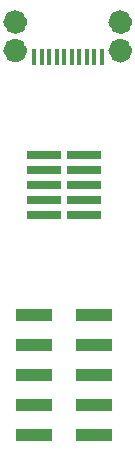
<source format=gbr>
G04 #@! TF.GenerationSoftware,KiCad,Pcbnew,(5.1.10)-1*
G04 #@! TF.CreationDate,2021-10-26T18:23:48-05:00*
G04 #@! TF.ProjectId,samtec_dbg,73616d74-6563-45f6-9462-672e6b696361,rev?*
G04 #@! TF.SameCoordinates,Original*
G04 #@! TF.FileFunction,Paste,Top*
G04 #@! TF.FilePolarity,Positive*
%FSLAX46Y46*%
G04 Gerber Fmt 4.6, Leading zero omitted, Abs format (unit mm)*
G04 Created by KiCad (PCBNEW (5.1.10)-1) date 2021-10-26 18:23:48*
%MOMM*%
%LPD*%
G01*
G04 APERTURE LIST*
%ADD10C,1.015000*%
%ADD11R,2.920000X0.740000*%
%ADD12R,0.380000X1.400000*%
%ADD13R,3.150000X1.000000*%
G04 APERTURE END LIST*
D10*
X106360000Y-103505000D02*
G75*
G03*
X106360000Y-103505000I-507500J0D01*
G01*
X106360000Y-101095000D02*
G75*
G03*
X106360000Y-101095000I-507500J0D01*
G01*
X115255000Y-101095000D02*
G75*
G03*
X115255000Y-101095000I-507500J0D01*
G01*
X115255000Y-103505000D02*
G75*
G03*
X115255000Y-103505000I-507500J0D01*
G01*
D11*
X108285000Y-112330000D03*
X111715000Y-112330000D03*
X108285000Y-113600000D03*
X111715000Y-113600000D03*
X108285000Y-114870000D03*
X111715000Y-114870000D03*
X108285000Y-116140000D03*
X111715000Y-116140000D03*
X108285000Y-117410000D03*
X111715000Y-117410000D03*
D12*
X113157500Y-104075000D03*
X112522500Y-104075000D03*
X111887500Y-104075000D03*
X111252500Y-104075000D03*
X110617500Y-104075000D03*
X109982500Y-104075000D03*
X109347500Y-104075000D03*
X108712500Y-104075000D03*
X108077500Y-104075000D03*
X107442500Y-104075000D03*
D13*
X107475000Y-125920000D03*
X112525000Y-125920000D03*
X107475000Y-128460000D03*
X112525000Y-128460000D03*
X107475000Y-131000000D03*
X112525000Y-131000000D03*
X107475000Y-133540000D03*
X112525000Y-133540000D03*
X107475000Y-136080000D03*
X112525000Y-136080000D03*
M02*

</source>
